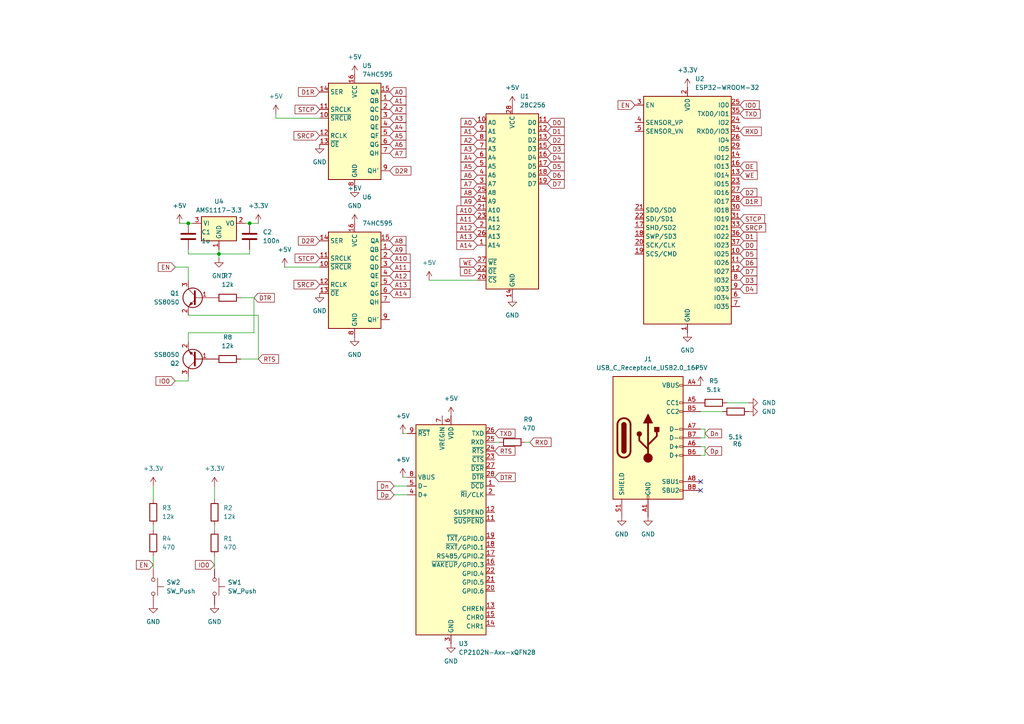
<source format=kicad_sch>
(kicad_sch (version 20231120) (generator "eeschema") (generator_version "8.0")
  (paper "A4")
  (lib_symbols
    (symbol "74xx:74HC595"
      (property "Reference" "U" (at -7.62 13.97 0))
      (property "Value" "74HC595" (at -7.62 -16.51 0))
      (symbol "74HC595_1_0"
        (pin tri_state line (at 10.16 7.62 180) (length 2.54) (name "QB") (number "1"))
        (pin input line (at -10.16 2.54 0) (length 2.54) (name "~{SRCLR}") (number "10"))
        (pin input line (at -10.16 5.08 0) (length 2.54) (name "SRCLK") (number "11"))
        (pin input line (at -10.16 -2.54 0) (length 2.54) (name "RCLK") (number "12"))
        (pin input line (at -10.16 -5.08 0) (length 2.54) (name "~{OE}") (number "13"))
        (pin input line (at -10.16 10.16 0) (length 2.54) (name "SER") (number "14"))
        (pin tri_state line (at 10.16 10.16 180) (length 2.54) (name "QA") (number "15"))
        (pin power_in line (at 0 15.24 270) (length 2.54) (name "VCC") (number "16"))
        (pin tri_state line (at 10.16 5.08 180) (length 2.54) (name "QC") (number "2"))
        (pin tri_state line (at 10.16 2.54 180) (length 2.54) (name "QD") (number "3"))
        (pin tri_state line (at 10.16 0 180) (length 2.54) (name "QE") (number "4"))
        (pin tri_state line (at 10.16 -2.54 180) (length 2.54) (name "QF") (number "5"))
        (pin tri_state line (at 10.16 -5.08 180) (length 2.54) (name "QG") (number "6"))
        (pin tri_state line (at 10.16 -7.62 180) (length 2.54) (name "QH") (number "7"))
        (pin power_in line (at 0 -17.78 90) (length 2.54) (name "GND") (number "8"))
        (pin output line (at 10.16 -12.7 180) (length 2.54) (name "QH'") (number "9"))
      )
      (symbol "74HC595_1_1"
        (rectangle (start -7.62 12.7) (end 7.62 -15.24) (stroke (width 0.254)) (fill (type background)))
      )
    )
    (symbol "Connector:USB_C_Receptacle_USB2.0_16P" (pin_names (offset 1.016))
      (property "Reference" "J" (at 0 22.225 0))
      (property "Value" "USB_C_Receptacle_USB2.0_16P" (at 0 19.685 0))
      (symbol "USB_C_Receptacle_USB2.0_16P_0_0"
        (rectangle (start -0.254 -17.78) (end 0.254 -16.764))
        (rectangle (start 10.16 -14.986) (end 9.144 -15.494))
        (rectangle (start 10.16 -12.446) (end 9.144 -12.954))
        (rectangle (start 10.16 -4.826) (end 9.144 -5.334))
        (rectangle (start 10.16 -2.286) (end 9.144 -2.794))
        (rectangle (start 10.16 0.254) (end 9.144 -0.254))
        (rectangle (start 10.16 2.794) (end 9.144 2.286))
        (rectangle (start 10.16 7.874) (end 9.144 7.366))
        (rectangle (start 10.16 10.414) (end 9.144 9.906))
        (rectangle (start 10.16 15.494) (end 9.144 14.986))
      )
      (symbol "USB_C_Receptacle_USB2.0_16P_0_1"
        (rectangle (start -10.16 17.78) (end 10.16 -17.78) (stroke (width 0.254)) (fill (type background)))
        (arc (start -8.89 -3.81) (mid -6.985 -5.7067) (end -5.08 -3.81) (stroke (width 0.508)))
        (arc (start -7.62 -3.81) (mid -6.985 -4.4423) (end -6.35 -3.81) (stroke (width 0.254)))
        (arc (start -7.62 -3.81) (mid -6.985 -4.4423) (end -6.35 -3.81) (stroke (width 0.254)) (fill (type outline)))
        (rectangle (start -7.62 -3.81) (end -6.35 3.81) (stroke (width 0.254)) (fill (type outline)))
        (arc (start -6.35 3.81) (mid -6.985 4.4423) (end -7.62 3.81) (stroke (width 0.254)))
        (arc (start -6.35 3.81) (mid -6.985 4.4423) (end -7.62 3.81) (stroke (width 0.254)) (fill (type outline)))
        (arc (start -5.08 3.81) (mid -6.985 5.7067) (end -8.89 3.81) (stroke (width 0.508)))
        (circle (center -2.54 1.143) (radius 0.635) (stroke (width 0.254)) (fill (type outline)))
        (circle (center 0 -5.842) (radius 1.27) (fill (type outline)))
        (polyline (pts (xy -8.89 -3.81) (xy -8.89 3.81)) (stroke (width 0.508)))
        (polyline (pts (xy -5.08 3.81) (xy -5.08 -3.81)) (stroke (width 0.508)))
        (polyline (pts (xy 0 -5.842) (xy 0 4.318)) (stroke (width 0.508)))
        (polyline (pts (xy 0 -3.302) (xy -2.54 -0.762) (xy -2.54 0.508)) (stroke (width 0.508)))
        (polyline (pts (xy 0 -2.032) (xy 2.54 0.508) (xy 2.54 1.778)) (stroke (width 0.508)))
        (polyline (pts (xy -1.27 4.318) (xy 0 6.858) (xy 1.27 4.318) (xy -1.27 4.318)) (stroke (width 0.254)) (fill (type outline)))
        (rectangle (start 1.905 1.778) (end 3.175 3.048) (stroke (width 0.254)) (fill (type outline)))
      )
      (symbol "USB_C_Receptacle_USB2.0_16P_1_1"
        (pin passive line (at 0 -22.86 90) (length 5.08) (name "GND") (number "A1"))
        (pin passive line (at 0 -22.86 90) (length 5.08) hide (name "GND") (number "A12"))
        (pin passive line (at 15.24 15.24 180) (length 5.08) (name "VBUS") (number "A4"))
        (pin bidirectional line (at 15.24 10.16 180) (length 5.08) (name "CC1") (number "A5"))
        (pin bidirectional line (at 15.24 -2.54 180) (length 5.08) (name "D+") (number "A6"))
        (pin bidirectional line (at 15.24 2.54 180) (length 5.08) (name "D-") (number "A7"))
        (pin bidirectional line (at 15.24 -12.7 180) (length 5.08) (name "SBU1") (number "A8"))
        (pin passive line (at 15.24 15.24 180) (length 5.08) hide (name "VBUS") (number "A9"))
        (pin passive line (at 0 -22.86 90) (length 5.08) hide (name "GND") (number "B1"))
        (pin passive line (at 0 -22.86 90) (length 5.08) hide (name "GND") (number "B12"))
        (pin passive line (at 15.24 15.24 180) (length 5.08) hide (name "VBUS") (number "B4"))
        (pin bidirectional line (at 15.24 7.62 180) (length 5.08) (name "CC2") (number "B5"))
        (pin bidirectional line (at 15.24 -5.08 180) (length 5.08) (name "D+") (number "B6"))
        (pin bidirectional line (at 15.24 0 180) (length 5.08) (name "D-") (number "B7"))
        (pin bidirectional line (at 15.24 -15.24 180) (length 5.08) (name "SBU2") (number "B8"))
        (pin passive line (at 15.24 15.24 180) (length 5.08) hide (name "VBUS") (number "B9"))
        (pin passive line (at -7.62 -22.86 90) (length 5.08) (name "SHIELD") (number "S1"))
      )
    )
    (symbol "Device:C" (pin_numbers hide) (pin_names (offset 0.254))
      (property "Reference" "C" (at 0.635 2.54 0))
      (property "Value" "C" (at 0.635 -2.54 0))
      (symbol "C_0_1"
        (polyline (pts (xy -2.032 -0.762) (xy 2.032 -0.762)) (stroke (width 0.508)))
        (polyline (pts (xy -2.032 0.762) (xy 2.032 0.762)) (stroke (width 0.508)))
      )
      (symbol "C_1_1"
        (pin passive line (at 0 3.81 270) (length 2.794) (name "~") (number "1"))
        (pin passive line (at 0 -3.81 90) (length 2.794) (name "~") (number "2"))
      )
    )
    (symbol "Device:R" (pin_numbers hide) (pin_names (offset 0))
      (property "Reference" "R" (at 2.032 0 90))
      (property "Value" "R" (at 0 0 90))
      (symbol "R_0_1"
        (rectangle (start -1.016 -2.54) (end 1.016 2.54) (stroke (width 0.254)))
      )
      (symbol "R_1_1"
        (pin passive line (at 0 3.81 270) (length 1.27) (name "~") (number "1"))
        (pin passive line (at 0 -3.81 90) (length 1.27) (name "~") (number "2"))
      )
    )
    (symbol "Interface_USB:CP2102N-Axx-xQFN28"
      (property "Reference" "U" (at -8.89 31.75 0))
      (property "Value" "CP2102N-Axx-xQFN28" (at 12.7 31.75 0))
      (symbol "CP2102N-Axx-xQFN28_0_1"
        (rectangle (start -10.16 30.48) (end 10.16 -30.48) (stroke (width 0.254)) (fill (type background)))
      )
      (symbol "CP2102N-Axx-xQFN28_1_1"
        (pin input line (at 12.7 12.7 180) (length 2.54) (name "~{DCD}") (number "1"))
        (pin no_connect line (at -10.16 -27.94 0) (length 2.54) hide (name "NC") (number "10"))
        (pin output line (at 12.7 2.54 180) (length 2.54) (name "~{SUSPEND}") (number "11"))
        (pin output line (at 12.7 5.08 180) (length 2.54) (name "SUSPEND") (number "12"))
        (pin output line (at 12.7 -22.86 180) (length 2.54) (name "CHREN") (number "13"))
        (pin output line (at 12.7 -27.94 180) (length 2.54) (name "CHR1") (number "14"))
        (pin output line (at 12.7 -25.4 180) (length 2.54) (name "CHR0") (number "15"))
        (pin bidirectional line (at 12.7 -10.16 180) (length 2.54) (name "~{WAKEUP}/GPIO.3") (number "16"))
        (pin bidirectional line (at 12.7 -7.62 180) (length 2.54) (name "RS485/GPIO.2") (number "17"))
        (pin bidirectional line (at 12.7 -5.08 180) (length 2.54) (name "~{RXT}/GPIO.1") (number "18"))
        (pin bidirectional line (at 12.7 -2.54 180) (length 2.54) (name "~{TXT}/GPIO.0") (number "19"))
        (pin bidirectional line (at 12.7 10.16 180) (length 2.54) (name "~{RI}/CLK") (number "2"))
        (pin bidirectional line (at 12.7 -17.78 180) (length 2.54) (name "GPIO.6") (number "20"))
        (pin bidirectional line (at 12.7 -15.24 180) (length 2.54) (name "GPIO.5") (number "21"))
        (pin bidirectional line (at 12.7 -12.7 180) (length 2.54) (name "GPIO.4") (number "22"))
        (pin input line (at 12.7 20.32 180) (length 2.54) (name "~{CTS}") (number "23"))
        (pin output line (at 12.7 22.86 180) (length 2.54) (name "~{RTS}") (number "24"))
        (pin input line (at 12.7 25.4 180) (length 2.54) (name "RXD") (number "25"))
        (pin output line (at 12.7 27.94 180) (length 2.54) (name "TXD") (number "26"))
        (pin input line (at 12.7 17.78 180) (length 2.54) (name "~{DSR}") (number "27"))
        (pin output line (at 12.7 15.24 180) (length 2.54) (name "~{DTR}") (number "28"))
        (pin passive line (at 0 -33.02 90) (length 2.54) hide (name "GND") (number "29"))
        (pin power_in line (at 0 -33.02 90) (length 2.54) (name "GND") (number "3"))
        (pin bidirectional line (at -12.7 10.16 0) (length 2.54) (name "D+") (number "4"))
        (pin bidirectional line (at -12.7 12.7 0) (length 2.54) (name "D-") (number "5"))
        (pin power_in line (at 0 33.02 270) (length 2.54) (name "VDD") (number "6"))
        (pin power_in line (at -2.54 33.02 270) (length 2.54) (name "VREGIN") (number "7"))
        (pin input line (at -12.7 15.24 0) (length 2.54) (name "VBUS") (number "8"))
        (pin input line (at -12.7 27.94 0) (length 2.54) (name "~{RST}") (number "9"))
      )
    )
    (symbol "Memory_EEPROM:28C256"
      (property "Reference" "U" (at -7.62 26.67 0))
      (property "Value" "28C256" (at 2.54 -26.67 0))
      (symbol "28C256_1_1"
        (rectangle (start -7.62 25.4) (end 7.62 -25.4) (stroke (width 0.254)) (fill (type background)))
        (pin input line (at -10.16 -12.7 0) (length 2.54) (name "A14") (number "1"))
        (pin input line (at -10.16 22.86 0) (length 2.54) (name "A0") (number "10"))
        (pin tri_state line (at 10.16 22.86 180) (length 2.54) (name "D0") (number "11"))
        (pin tri_state line (at 10.16 20.32 180) (length 2.54) (name "D1") (number "12"))
        (pin tri_state line (at 10.16 17.78 180) (length 2.54) (name "D2") (number "13"))
        (pin power_in line (at 0 -27.94 90) (length 2.54) (name "GND") (number "14"))
        (pin tri_state line (at 10.16 15.24 180) (length 2.54) (name "D3") (number "15"))
        (pin tri_state line (at 10.16 12.7 180) (length 2.54) (name "D4") (number "16"))
        (pin tri_state line (at 10.16 10.16 180) (length 2.54) (name "D5") (number "17"))
        (pin tri_state line (at 10.16 7.62 180) (length 2.54) (name "D6") (number "18"))
        (pin tri_state line (at 10.16 5.08 180) (length 2.54) (name "D7") (number "19"))
        (pin input line (at -10.16 -7.62 0) (length 2.54) (name "A12") (number "2"))
        (pin input line (at -10.16 -22.86 0) (length 2.54) (name "~{CS}") (number "20"))
        (pin input line (at -10.16 -2.54 0) (length 2.54) (name "A10") (number "21"))
        (pin input line (at -10.16 -20.32 0) (length 2.54) (name "~{OE}") (number "22"))
        (pin input line (at -10.16 -5.08 0) (length 2.54) (name "A11") (number "23"))
        (pin input line (at -10.16 0 0) (length 2.54) (name "A9") (number "24"))
        (pin input line (at -10.16 2.54 0) (length 2.54) (name "A8") (number "25"))
        (pin input line (at -10.16 -10.16 0) (length 2.54) (name "A13") (number "26"))
        (pin input line (at -10.16 -17.78 0) (length 2.54) (name "~{WE}") (number "27"))
        (pin power_in line (at 0 27.94 270) (length 2.54) (name "VCC") (number "28"))
        (pin input line (at -10.16 5.08 0) (length 2.54) (name "A7") (number "3"))
        (pin input line (at -10.16 7.62 0) (length 2.54) (name "A6") (number "4"))
        (pin input line (at -10.16 10.16 0) (length 2.54) (name "A5") (number "5"))
        (pin input line (at -10.16 12.7 0) (length 2.54) (name "A4") (number "6"))
        (pin input line (at -10.16 15.24 0) (length 2.54) (name "A3") (number "7"))
        (pin input line (at -10.16 17.78 0) (length 2.54) (name "A2") (number "8"))
        (pin input line (at -10.16 20.32 0) (length 2.54) (name "A1") (number "9"))
      )
    )
    (symbol "RF_Module:ESP32-WROOM-32"
      (property "Reference" "U" (at -12.7 34.29 0))
      (property "Value" "ESP32-WROOM-32" (at 1.27 34.29 0))
      (symbol "ESP32-WROOM-32_0_1"
        (rectangle (start -12.7 33.02) (end 12.7 -33.02) (stroke (width 0.254)) (fill (type background)))
      )
      (symbol "ESP32-WROOM-32_1_1"
        (pin power_in line (at 0 -35.56 90) (length 2.54) (name "GND") (number "1"))
        (pin bidirectional line (at 15.24 -12.7 180) (length 2.54) (name "IO25") (number "10"))
        (pin bidirectional line (at 15.24 -15.24 180) (length 2.54) (name "IO26") (number "11"))
        (pin bidirectional line (at 15.24 -17.78 180) (length 2.54) (name "IO27") (number "12"))
        (pin bidirectional line (at 15.24 10.16 180) (length 2.54) (name "IO14") (number "13"))
        (pin bidirectional line (at 15.24 15.24 180) (length 2.54) (name "IO12") (number "14"))
        (pin passive line (at 0 -35.56 90) (length 2.54) hide (name "GND") (number "15"))
        (pin bidirectional line (at 15.24 12.7 180) (length 2.54) (name "IO13") (number "16"))
        (pin bidirectional line (at -15.24 -5.08 0) (length 2.54) (name "SHD/SD2") (number "17"))
        (pin bidirectional line (at -15.24 -7.62 0) (length 2.54) (name "SWP/SD3") (number "18"))
        (pin bidirectional line (at -15.24 -12.7 0) (length 2.54) (name "SCS/CMD") (number "19"))
        (pin power_in line (at 0 35.56 270) (length 2.54) (name "VDD") (number "2"))
        (pin bidirectional line (at -15.24 -10.16 0) (length 2.54) (name "SCK/CLK") (number "20"))
        (pin bidirectional line (at -15.24 0 0) (length 2.54) (name "SDO/SD0") (number "21"))
        (pin bidirectional line (at -15.24 -2.54 0) (length 2.54) (name "SDI/SD1") (number "22"))
        (pin bidirectional line (at 15.24 7.62 180) (length 2.54) (name "IO15") (number "23"))
        (pin bidirectional line (at 15.24 25.4 180) (length 2.54) (name "IO2") (number "24"))
        (pin bidirectional line (at 15.24 30.48 180) (length 2.54) (name "IO0") (number "25"))
        (pin bidirectional line (at 15.24 20.32 180) (length 2.54) (name "IO4") (number "26"))
        (pin bidirectional line (at 15.24 5.08 180) (length 2.54) (name "IO16") (number "27"))
        (pin bidirectional line (at 15.24 2.54 180) (length 2.54) (name "IO17") (number "28"))
        (pin bidirectional line (at 15.24 17.78 180) (length 2.54) (name "IO5") (number "29"))
        (pin input line (at -15.24 30.48 0) (length 2.54) (name "EN") (number "3"))
        (pin bidirectional line (at 15.24 0 180) (length 2.54) (name "IO18") (number "30"))
        (pin bidirectional line (at 15.24 -2.54 180) (length 2.54) (name "IO19") (number "31"))
        (pin no_connect line (at -12.7 -27.94 0) (length 2.54) hide (name "NC") (number "32"))
        (pin bidirectional line (at 15.24 -5.08 180) (length 2.54) (name "IO21") (number "33"))
        (pin bidirectional line (at 15.24 22.86 180) (length 2.54) (name "RXD0/IO3") (number "34"))
        (pin bidirectional line (at 15.24 27.94 180) (length 2.54) (name "TXD0/IO1") (number "35"))
        (pin bidirectional line (at 15.24 -7.62 180) (length 2.54) (name "IO22") (number "36"))
        (pin bidirectional line (at 15.24 -10.16 180) (length 2.54) (name "IO23") (number "37"))
        (pin passive line (at 0 -35.56 90) (length 2.54) hide (name "GND") (number "38"))
        (pin passive line (at 0 -35.56 90) (length 2.54) hide (name "GND") (number "39"))
        (pin input line (at -15.24 25.4 0) (length 2.54) (name "SENSOR_VP") (number "4"))
        (pin input line (at -15.24 22.86 0) (length 2.54) (name "SENSOR_VN") (number "5"))
        (pin input line (at 15.24 -25.4 180) (length 2.54) (name "IO34") (number "6"))
        (pin input line (at 15.24 -27.94 180) (length 2.54) (name "IO35") (number "7"))
        (pin bidirectional line (at 15.24 -20.32 180) (length 2.54) (name "IO32") (number "8"))
        (pin bidirectional line (at 15.24 -22.86 180) (length 2.54) (name "IO33") (number "9"))
      )
    )
    (symbol "Regulator_Linear:AMS1117-3.3"
      (property "Reference" "U" (at -3.81 3.175 0))
      (property "Value" "AMS1117-3.3" (at 0 3.175 0))
      (symbol "AMS1117-3.3_0_1"
        (rectangle (start -5.08 -5.08) (end 5.08 1.905) (stroke (width 0.254)) (fill (type background)))
      )
      (symbol "AMS1117-3.3_1_1"
        (pin power_in line (at 0 -7.62 90) (length 2.54) (name "GND") (number "1"))
        (pin power_out line (at 7.62 0 180) (length 2.54) (name "VO") (number "2"))
        (pin power_in line (at -7.62 0 0) (length 2.54) (name "VI") (number "3"))
      )
    )
    (symbol "Switch:SW_Push" (pin_numbers hide) (pin_names (offset 1.016) hide)
      (property "Reference" "SW" (at 1.27 2.54 0))
      (property "Value" "SW_Push" (at 0 -1.524 0))
      (symbol "SW_Push_0_1"
        (circle (center -2.032 0) (radius 0.508))
        (polyline (pts (xy 0 1.27) (xy 0 3.048)))
        (polyline (pts (xy 2.54 1.27) (xy -2.54 1.27)))
        (circle (center 2.032 0) (radius 0.508))
        (pin passive line (at -5.08 0 0) (length 2.54) (name "1") (number "1"))
        (pin passive line (at 5.08 0 180) (length 2.54) (name "2") (number "2"))
      )
    )
    (symbol "Transistor_BJT:SS8050" (pin_names (offset 0) hide)
      (property "Reference" "Q" (at 5.08 1.905 0))
      (property "Value" "SS8050" (at 5.08 0 0))
      (symbol "SS8050_0_1"
        (polyline (pts (xy 0.635 0.635) (xy 2.54 2.54)))
        (polyline (pts (xy 0.635 -0.635) (xy 2.54 -2.54) (xy 2.54 -2.54)))
        (polyline (pts (xy 0.635 1.905) (xy 0.635 -1.905) (xy 0.635 -1.905)) (stroke (width 0.508)))
        (polyline (pts (xy 1.27 -1.778) (xy 1.778 -1.27) (xy 2.286 -2.286) (xy 1.27 -1.778) (xy 1.27 -1.778)) (fill (type outline)))
        (circle (center 1.27 0) (radius 2.8194) (stroke (width 0.254)))
      )
      (symbol "SS8050_1_1"
        (pin input line (at -5.08 0 0) (length 5.715) (name "B") (number "1"))
        (pin passive line (at 2.54 -5.08 90) (length 2.54) (name "E") (number "2"))
        (pin passive line (at 2.54 5.08 270) (length 2.54) (name "C") (number "3"))
      )
    )
    (symbol "power:+3.3V" (power) (pin_numbers hide) (pin_names (offset 0) hide)
      (property "Value" "+3.3V" (at 0 3.556 0))
      (symbol "+3.3V_0_1"
        (polyline (pts (xy -0.762 1.27) (xy 0 2.54)))
        (polyline (pts (xy 0 0) (xy 0 2.54)))
        (polyline (pts (xy 0 2.54) (xy 0.762 1.27)))
      )
      (symbol "+3.3V_1_1"
        (pin power_in line (at 0 0 90) (length 0) (name "~") (number "1"))
      )
    )
    (symbol "power:+5V" (power) (pin_numbers hide) (pin_names (offset 0) hide)
      (property "Value" "+5V" (at 0 3.556 0))
      (symbol "+5V_0_1"
        (polyline (pts (xy -0.762 1.27) (xy 0 2.54)))
        (polyline (pts (xy 0 0) (xy 0 2.54)))
        (polyline (pts (xy 0 2.54) (xy 0.762 1.27)))
      )
      (symbol "+5V_1_1"
        (pin power_in line (at 0 0 90) (length 0) (name "~") (number "1"))
      )
    )
    (symbol "power:GND" (power) (pin_numbers hide) (pin_names (offset 0) hide)
      (property "Value" "GND" (at 0 -3.81 0))
      (symbol "GND_0_1"
        (polyline (pts (xy 0 0) (xy 0 -1.27) (xy 1.27 -1.27) (xy 0 -2.54) (xy -1.27 -1.27) (xy 0 -1.27)))
      )
      (symbol "GND_1_1"
        (pin power_in line (at 0 0 270) (length 0) (name "~") (number "1"))
      )
    )
  )
  (junction (at 54.61 64.77))
  (junction (at 63.5 73.66))
  (junction (at 72.39 64.77))
  (no_connect (at 203.2 139.7))
  (no_connect (at 203.2 142.24))
  (wire (pts (xy 62.23 152.4) (xy 62.23 153.67)))
  (wire (pts (xy 116.84 138.43) (xy 118.11 138.43)))
  (wire (pts (xy 153.67 128.27) (xy 152.4 128.27)))
  (wire (pts (xy 54.61 91.44) (xy 74.93 91.44)))
  (wire (pts (xy 74.93 64.77) (xy 72.39 64.77)))
  (wire (pts (xy 114.3 140.97) (xy 118.11 140.97)))
  (wire (pts (xy 54.61 77.47) (xy 54.61 81.28)))
  (wire (pts (xy 54.61 73.66) (xy 63.5 73.66)))
  (wire (pts (xy 204.47 129.54) (xy 204.47 132.08)))
  (wire (pts (xy 204.47 132.08) (xy 203.2 132.08)))
  (wire (pts (xy 144.78 128.27) (xy 143.51 128.27)))
  (wire (pts (xy 63.5 73.66) (xy 63.5 74.93)))
  (wire (pts (xy 50.8 77.47) (xy 54.61 77.47)))
  (wire (pts (xy 203.2 127) (xy 204.47 127)))
  (wire (pts (xy 80.01 33.02) (xy 80.01 34.29)))
  (wire (pts (xy 62.23 161.29) (xy 62.23 165.1)))
  (wire (pts (xy 72.39 72.39) (xy 72.39 73.66)))
  (wire (pts (xy 52.07 64.77) (xy 54.61 64.77)))
  (wire (pts (xy 203.2 129.54) (xy 204.47 129.54)))
  (wire (pts (xy 69.85 86.36) (xy 73.66 86.36)))
  (wire (pts (xy 74.93 91.44) (xy 74.93 104.14)))
  (wire (pts (xy 44.45 161.29) (xy 44.45 165.1)))
  (wire (pts (xy 73.66 96.52) (xy 73.66 86.36)))
  (wire (pts (xy 62.23 140.97) (xy 62.23 144.78)))
  (wire (pts (xy 54.61 96.52) (xy 73.66 96.52)))
  (wire (pts (xy 203.2 124.46) (xy 204.47 124.46)))
  (wire (pts (xy 54.61 72.39) (xy 54.61 73.66)))
  (wire (pts (xy 69.85 104.14) (xy 74.93 104.14)))
  (wire (pts (xy 114.3 143.51) (xy 118.11 143.51)))
  (wire (pts (xy 116.84 125.73) (xy 118.11 125.73)))
  (wire (pts (xy 210.82 116.84) (xy 217.17 116.84)))
  (wire (pts (xy 54.61 110.49) (xy 54.61 109.22)))
  (wire (pts (xy 124.46 81.28) (xy 138.43 81.28)))
  (wire (pts (xy 44.45 140.97) (xy 44.45 144.78)))
  (wire (pts (xy 63.5 72.39) (xy 63.5 73.66)))
  (wire (pts (xy 80.01 34.29) (xy 92.71 34.29)))
  (wire (pts (xy 203.2 119.38) (xy 209.55 119.38)))
  (wire (pts (xy 72.39 64.77) (xy 71.12 64.77)))
  (wire (pts (xy 54.61 64.77) (xy 55.88 64.77)))
  (wire (pts (xy 44.45 152.4) (xy 44.45 153.67)))
  (wire (pts (xy 50.8 110.49) (xy 54.61 110.49)))
  (wire (pts (xy 54.61 99.06) (xy 54.61 96.52)))
  (wire (pts (xy 63.5 73.66) (xy 72.39 73.66)))
  (wire (pts (xy 82.55 77.47) (xy 92.71 77.47)))
  (wire (pts (xy 204.47 124.46) (xy 204.47 127)))
  (global_label "SRCP" (shape input) (at 214.63 66.04 0) (property "Intersheetrefs" "${INTERSHEET_REFS}" (effects (hide yes))))
  (global_label "A1" (shape input) (at 113.03 29.21 0) (property "Intersheetrefs" "${INTERSHEET_REFS}" (effects (hide yes))))
  (global_label "EN" (shape input) (at 184.15 30.48 180) (property "Intersheetrefs" "${INTERSHEET_REFS}" (effects (hide yes))))
  (global_label "SRCP" (shape input) (at 92.71 82.55 180) (property "Intersheetrefs" "${INTERSHEET_REFS}" (effects (hide yes))))
  (global_label "Dn" (shape input) (at 114.3 140.97 180) (property "Intersheetrefs" "${INTERSHEET_REFS}" (effects (hide yes))))
  (global_label "A11" (shape input) (at 138.43 63.5 180) (property "Intersheetrefs" "${INTERSHEET_REFS}" (effects (hide yes))))
  (global_label "TXD" (shape input) (at 214.63 33.02 0) (property "Intersheetrefs" "${INTERSHEET_REFS}" (effects (hide yes))))
  (global_label "OE" (shape input) (at 214.63 48.26 0) (property "Intersheetrefs" "${INTERSHEET_REFS}" (effects (hide yes))))
  (global_label "D7" (shape input) (at 158.75 53.34 0) (property "Intersheetrefs" "${INTERSHEET_REFS}" (effects (hide yes))))
  (global_label "TXD" (shape input) (at 143.51 125.73 0) (property "Intersheetrefs" "${INTERSHEET_REFS}" (effects (hide yes))))
  (global_label "D4" (shape input) (at 214.63 83.82 0) (property "Intersheetrefs" "${INTERSHEET_REFS}" (effects (hide yes))))
  (global_label "A7" (shape input) (at 113.03 44.45 0) (property "Intersheetrefs" "${INTERSHEET_REFS}" (effects (hide yes))))
  (global_label "D7" (shape input) (at 214.63 78.74 0) (property "Intersheetrefs" "${INTERSHEET_REFS}" (effects (hide yes))))
  (global_label "D5" (shape input) (at 158.75 48.26 0) (property "Intersheetrefs" "${INTERSHEET_REFS}" (effects (hide yes))))
  (global_label "A10" (shape input) (at 138.43 60.96 180) (property "Intersheetrefs" "${INTERSHEET_REFS}" (effects (hide yes))))
  (global_label "D2R" (shape input) (at 92.71 69.85 180) (property "Intersheetrefs" "${INTERSHEET_REFS}" (effects (hide yes))))
  (global_label "RTS" (shape input) (at 74.93 104.14 0) (property "Intersheetrefs" "${INTERSHEET_REFS}" (effects (hide yes))))
  (global_label "IO0" (shape input) (at 50.8 110.49 180) (property "Intersheetrefs" "${INTERSHEET_REFS}" (effects (hide yes))))
  (global_label "D0" (shape input) (at 214.63 71.12 0) (property "Intersheetrefs" "${INTERSHEET_REFS}" (effects (hide yes))))
  (global_label "A10" (shape input) (at 113.03 74.93 0) (property "Intersheetrefs" "${INTERSHEET_REFS}" (effects (hide yes))))
  (global_label "A7" (shape input) (at 138.43 53.34 180) (property "Intersheetrefs" "${INTERSHEET_REFS}" (effects (hide yes))))
  (global_label "Dn" (shape input) (at 204.47 125.73 0) (property "Intersheetrefs" "${INTERSHEET_REFS}" (effects (hide yes))))
  (global_label "A14" (shape input) (at 138.43 71.12 180) (property "Intersheetrefs" "${INTERSHEET_REFS}" (effects (hide yes))))
  (global_label "D3" (shape input) (at 158.75 43.18 0) (property "Intersheetrefs" "${INTERSHEET_REFS}" (effects (hide yes))))
  (global_label "D1" (shape input) (at 214.63 68.58 0) (property "Intersheetrefs" "${INTERSHEET_REFS}" (effects (hide yes))))
  (global_label "WE" (shape input) (at 138.43 76.2 180) (property "Intersheetrefs" "${INTERSHEET_REFS}" (effects (hide yes))))
  (global_label "DTR" (shape input) (at 73.66 86.36 0) (property "Intersheetrefs" "${INTERSHEET_REFS}" (effects (hide yes))))
  (global_label "A0" (shape input) (at 138.43 35.56 180) (property "Intersheetrefs" "${INTERSHEET_REFS}" (effects (hide yes))))
  (global_label "RXD" (shape input) (at 214.63 38.1 0) (property "Intersheetrefs" "${INTERSHEET_REFS}" (effects (hide yes))))
  (global_label "A6" (shape input) (at 138.43 50.8 180) (property "Intersheetrefs" "${INTERSHEET_REFS}" (effects (hide yes))))
  (global_label "OE" (shape input) (at 138.43 78.74 180) (property "Intersheetrefs" "${INTERSHEET_REFS}" (effects (hide yes))))
  (global_label "Dp" (shape input) (at 204.47 130.81 0) (property "Intersheetrefs" "${INTERSHEET_REFS}" (effects (hide yes))))
  (global_label "A0" (shape input) (at 113.03 26.67 0) (property "Intersheetrefs" "${INTERSHEET_REFS}" (effects (hide yes))))
  (global_label "STCP" (shape input) (at 214.63 63.5 0) (property "Intersheetrefs" "${INTERSHEET_REFS}" (effects (hide yes))))
  (global_label "A3" (shape input) (at 138.43 43.18 180) (property "Intersheetrefs" "${INTERSHEET_REFS}" (effects (hide yes))))
  (global_label "RXD" (shape input) (at 153.67 128.27 0) (property "Intersheetrefs" "${INTERSHEET_REFS}" (effects (hide yes))))
  (global_label "D6" (shape input) (at 158.75 50.8 0) (property "Intersheetrefs" "${INTERSHEET_REFS}" (effects (hide yes))))
  (global_label "EN" (shape input) (at 44.45 163.83 180) (property "Intersheetrefs" "${INTERSHEET_REFS}" (effects (hide yes))))
  (global_label "EN" (shape input) (at 50.8 77.47 180) (property "Intersheetrefs" "${INTERSHEET_REFS}" (effects (hide yes))))
  (global_label "A9" (shape input) (at 113.03 72.39 0) (property "Intersheetrefs" "${INTERSHEET_REFS}" (effects (hide yes))))
  (global_label "A8" (shape input) (at 113.03 69.85 0) (property "Intersheetrefs" "${INTERSHEET_REFS}" (effects (hide yes))))
  (global_label "A2" (shape input) (at 138.43 40.64 180) (property "Intersheetrefs" "${INTERSHEET_REFS}" (effects (hide yes))))
  (global_label "D0" (shape input) (at 158.75 35.56 0) (property "Intersheetrefs" "${INTERSHEET_REFS}" (effects (hide yes))))
  (global_label "SRCP" (shape input) (at 92.71 39.37 180) (property "Intersheetrefs" "${INTERSHEET_REFS}" (effects (hide yes))))
  (global_label "D3" (shape input) (at 214.63 81.28 0) (property "Intersheetrefs" "${INTERSHEET_REFS}" (effects (hide yes))))
  (global_label "A1" (shape input) (at 138.43 38.1 180) (property "Intersheetrefs" "${INTERSHEET_REFS}" (effects (hide yes))))
  (global_label "D5" (shape input) (at 214.63 73.66 0) (property "Intersheetrefs" "${INTERSHEET_REFS}" (effects (hide yes))))
  (global_label "A2" (shape input) (at 113.03 31.75 0) (property "Intersheetrefs" "${INTERSHEET_REFS}" (effects (hide yes))))
  (global_label "D2R" (shape input) (at 113.03 49.53 0) (property "Intersheetrefs" "${INTERSHEET_REFS}" (effects (hide yes))))
  (global_label "D2" (shape input) (at 214.63 55.88 0) (property "Intersheetrefs" "${INTERSHEET_REFS}" (effects (hide yes))))
  (global_label "A12" (shape input) (at 113.03 80.01 0) (property "Intersheetrefs" "${INTERSHEET_REFS}" (effects (hide yes))))
  (global_label "STCP" (shape input) (at 92.71 74.93 180) (property "Intersheetrefs" "${INTERSHEET_REFS}" (effects (hide yes))))
  (global_label "A11" (shape input) (at 113.03 77.47 0) (property "Intersheetrefs" "${INTERSHEET_REFS}" (effects (hide yes))))
  (global_label "A4" (shape input) (at 113.03 36.83 0) (property "Intersheetrefs" "${INTERSHEET_REFS}" (effects (hide yes))))
  (global_label "A5" (shape input) (at 138.43 48.26 180) (property "Intersheetrefs" "${INTERSHEET_REFS}" (effects (hide yes))))
  (global_label "IO0" (shape input) (at 214.63 30.48 0) (property "Intersheetrefs" "${INTERSHEET_REFS}" (effects (hide yes))))
  (global_label "A13" (shape input) (at 113.03 82.55 0) (property "Intersheetrefs" "${INTERSHEET_REFS}" (effects (hide yes))))
  (global_label "A4" (shape input) (at 138.43 45.72 180) (property "Intersheetrefs" "${INTERSHEET_REFS}" (effects (hide yes))))
  (global_label "A6" (shape input) (at 113.03 41.91 0) (property "Intersheetrefs" "${INTERSHEET_REFS}" (effects (hide yes))))
  (global_label "D2" (shape input) (at 158.75 40.64 0) (property "Intersheetrefs" "${INTERSHEET_REFS}" (effects (hide yes))))
  (global_label "A13" (shape input) (at 138.43 68.58 180) (property "Intersheetrefs" "${INTERSHEET_REFS}" (effects (hide yes))))
  (global_label "DTR" (shape input) (at 143.51 138.43 0) (property "Intersheetrefs" "${INTERSHEET_REFS}" (effects (hide yes))))
  (global_label "IO0" (shape input) (at 62.23 163.83 180) (property "Intersheetrefs" "${INTERSHEET_REFS}" (effects (hide yes))))
  (global_label "A9" (shape input) (at 138.43 58.42 180) (property "Intersheetrefs" "${INTERSHEET_REFS}" (effects (hide yes))))
  (global_label "D1R" (shape input) (at 214.63 58.42 0) (property "Intersheetrefs" "${INTERSHEET_REFS}" (effects (hide yes))))
  (global_label "Dp" (shape input) (at 114.3 143.51 180) (property "Intersheetrefs" "${INTERSHEET_REFS}" (effects (hide yes))))
  (global_label "A5" (shape input) (at 113.03 39.37 0) (property "Intersheetrefs" "${INTERSHEET_REFS}" (effects (hide yes))))
  (global_label "WE" (shape input) (at 214.63 50.8 0) (property "Intersheetrefs" "${INTERSHEET_REFS}" (effects (hide yes))))
  (global_label "A14" (shape input) (at 113.03 85.09 0) (property "Intersheetrefs" "${INTERSHEET_REFS}" (effects (hide yes))))
  (global_label "D6" (shape input) (at 214.63 76.2 0) (property "Intersheetrefs" "${INTERSHEET_REFS}" (effects (hide yes))))
  (global_label "D4" (shape input) (at 158.75 45.72 0) (property "Intersheetrefs" "${INTERSHEET_REFS}" (effects (hide yes))))
  (global_label "A8" (shape input) (at 138.43 55.88 180) (property "Intersheetrefs" "${INTERSHEET_REFS}" (effects (hide yes))))
  (global_label "A3" (shape input) (at 113.03 34.29 0) (property "Intersheetrefs" "${INTERSHEET_REFS}" (effects (hide yes))))
  (global_label "A12" (shape input) (at 138.43 66.04 180) (property "Intersheetrefs" "${INTERSHEET_REFS}" (effects (hide yes))))
  (global_label "D1" (shape input) (at 158.75 38.1 0) (property "Intersheetrefs" "${INTERSHEET_REFS}" (effects (hide yes))))
  (global_label "D1R" (shape input) (at 92.71 26.67 180) (property "Intersheetrefs" "${INTERSHEET_REFS}" (effects (hide yes))))
  (global_label "STCP" (shape input) (at 92.71 31.75 180) (property "Intersheetrefs" "${INTERSHEET_REFS}" (effects (hide yes))))
  (global_label "RTS" (shape input) (at 143.51 130.81 0) (property "Intersheetrefs" "${INTERSHEET_REFS}" (effects (hide yes))))
  (symbol (lib_id "power:+5V") (at 82.55 77.47 0) (unit 1)
    (property "Reference" "#PWR025" (effects (hide yes)))
    (property "Value" "+5V" (at 82.55 72.39 0))
    (property "Description" "Power symbol creates a global label with name \"+5V\"" (effects (hide yes)))
  )
  (symbol (lib_id "Memory_EEPROM:28C256") (at 148.59 58.42 0) (unit 1)
    (property "Reference" "U1" (at 150.7841 27.94 0) (effects (justify left)))
    (property "Value" "28C256" (at 150.7841 30.48 0) (effects (justify left)))
    (property "Footprint" "Package_DIP:DIP-28_W15.24mm_LongPads" (effects (hide yes)))
    (property "Datasheet" "http://ww1.microchip.com/downloads/en/DeviceDoc/doc0006.pdf" (effects (hide yes)))
    (property "Description" "Paged Parallel EEPROM 256Kb (32K x 8), DIP-28/SOIC-28" (effects (hide yes)))
  )
  (symbol (lib_id "Switch:SW_Push") (at 62.23 170.18 270) (unit 1)
    (property "Reference" "SW1" (at 66.04 168.9099 90) (effects (justify left)))
    (property "Value" "SW_Push" (at 66.04 171.4499 90) (effects (justify left)))
    (property "Footprint" "Button_Switch_SMD:SW_SPST_TL3342" (effects (hide yes)))
    (property "Description" "Push button switch, generic, two pins" (effects (hide yes)))
  )
  (symbol (lib_id "power:GND") (at 102.87 97.79 0) (unit 1)
    (property "Reference" "#PWR021" (effects (hide yes)))
    (property "Value" "GND" (at 102.87 102.87 0))
    (property "Description" "Power symbol creates a global label with name \"GND\" , ground" (effects (hide yes)))
  )
  (symbol (lib_id "power:+3.3V") (at 199.39 25.4 0) (unit 1)
    (property "Reference" "#PWR028" (effects (hide yes)))
    (property "Value" "+3.3V" (at 199.39 20.32 0))
    (property "Description" "Power symbol creates a global label with name \"+3.3V\"" (effects (hide yes)))
  )
  (symbol (lib_id "power:GND") (at 199.39 96.52 0) (unit 1)
    (property "Reference" "#PWR014" (effects (hide yes)))
    (property "Value" "GND" (at 199.39 101.6 0))
    (property "Description" "Power symbol creates a global label with name \"GND\" , ground" (effects (hide yes)))
  )
  (symbol (lib_id "Device:R") (at 44.45 157.48 0) (unit 1)
    (property "Reference" "R4" (at 46.99 156.2099 0) (effects (justify left)))
    (property "Value" "470" (at 46.99 158.7499 0) (effects (justify left)))
    (property "Footprint" "Resistor_SMD:R_0805_2012Metric" (effects (hide yes)))
    (property "Description" "Resistor" (effects (hide yes)))
  )
  (symbol (lib_id "power:+3.3V") (at 44.45 140.97 0) (unit 1)
    (property "Reference" "#PWR03" (effects (hide yes)))
    (property "Value" "+3.3V" (at 44.45 135.89 0))
    (property "Description" "Power symbol creates a global label with name \"+3.3V\"" (effects (hide yes)))
  )
  (symbol (lib_id "Device:R") (at 62.23 148.59 0) (unit 1)
    (property "Reference" "R2" (at 64.77 147.3199 0) (effects (justify left)))
    (property "Value" "12k" (at 64.77 149.8599 0) (effects (justify left)))
    (property "Footprint" "Resistor_SMD:R_0805_2012Metric" (effects (hide yes)))
    (property "Description" "Resistor" (effects (hide yes)))
  )
  (symbol (lib_id "power:GND") (at 217.17 116.84 90) (unit 1)
    (property "Reference" "#PWR08" (effects (hide yes)))
    (property "Value" "GND" (at 220.98 116.8399 90) (effects (justify right)))
    (property "Description" "Power symbol creates a global label with name \"GND\" , ground" (effects (hide yes)))
  )
  (symbol (lib_id "power:+5V") (at 116.84 138.43 0) (unit 1)
    (property "Reference" "#PWR011" (effects (hide yes)))
    (property "Value" "+5V" (at 116.84 133.35 0))
    (property "Description" "Power symbol creates a global label with name \"+5V\"" (effects (hide yes)))
  )
  (symbol (lib_id "Device:R") (at 66.04 86.36 90) (unit 1)
    (property "Reference" "R7" (at 66.04 80.01 90))
    (property "Value" "12k" (at 66.04 82.55 90))
    (property "Footprint" "Resistor_SMD:R_0805_2012Metric" (effects (hide yes)))
    (property "Description" "Resistor" (effects (hide yes)))
  )
  (symbol (lib_id "Device:R") (at 148.59 128.27 90) (unit 1)
    (property "Reference" "R9" (at 153.162 121.666 90))
    (property "Value" "470" (at 153.416 124.206 90))
    (property "Footprint" "Resistor_SMD:R_0805_2012Metric" (effects (hide yes)))
    (property "Description" "Resistor" (effects (hide yes)))
  )
  (symbol (lib_id "power:+5V") (at 130.81 120.65 0) (unit 1)
    (property "Reference" "#PWR013" (effects (hide yes)))
    (property "Value" "+5V" (at 130.81 115.57 0))
    (property "Description" "Power symbol creates a global label with name \"+5V\"" (effects (hide yes)))
  )
  (symbol (lib_id "RF_Module:ESP32-WROOM-32") (at 199.39 60.96 0) (unit 1)
    (property "Reference" "U2" (at 201.5841 22.86 0) (effects (justify left)))
    (property "Value" "ESP32-WROOM-32" (at 201.5841 25.4 0) (effects (justify left)))
    (property "Footprint" "RF_Module:ESP32-WROOM-32" (effects (hide yes)))
    (property "Datasheet" "https://www.espressif.com/sites/default/files/documentation/esp32-wroom-32_datasheet_en.pdf" (effects (hide yes)))
    (property "Description" "RF Module, ESP32-D0WDQ6 SoC, Wi-Fi 802.11b/g/n, Bluetooth, BLE, 32-bit, 2.7-3.6V, onboard antenna, SMD" (effects (hide yes)))
  )
  (symbol (lib_id "Device:R") (at 207.01 116.84 90) (unit 1)
    (property "Reference" "R5" (at 207.01 110.49 90))
    (property "Value" "5.1k" (at 207.01 113.03 90))
    (property "Footprint" "Resistor_SMD:R_0805_2012Metric" (effects (hide yes)))
    (property "Description" "Resistor" (effects (hide yes)))
  )
  (symbol (lib_id "Device:C") (at 72.39 68.58 0) (unit 1)
    (property "Reference" "C2" (at 76.2 67.3099 0) (effects (justify left)))
    (property "Value" "100n" (at 76.2 69.8499 0) (effects (justify left)))
    (property "Footprint" "Capacitor_SMD:C_0805_2012Metric" (effects (hide yes)))
    (property "Description" "Unpolarized capacitor" (effects (hide yes)))
  )
  (symbol (lib_id "Transistor_BJT:SS8050") (at 57.15 86.36 0) (mirror y) (unit 1)
    (property "Reference" "Q1" (at 52.07 85.0899 0) (effects (justify left)))
    (property "Value" "SS8050" (at 52.07 87.6299 0) (effects (justify left)))
    (property "Footprint" "Package_TO_SOT_SMD:SOT-23" (effects (hide yes)))
    (property "Datasheet" "http://www.secosgmbh.com/datasheet/products/SSMPTransistor/SOT-23/SS8050.pdf" (effects (hide yes)))
    (property "Description" "General Purpose NPN Transistor, 1.5A Ic, 25V Vce, SOT-23" (effects (hide yes)))
  )
  (symbol (lib_id "power:+5V") (at 80.01 33.02 0) (unit 1)
    (property "Reference" "#PWR024" (effects (hide yes)))
    (property "Value" "+5V" (at 80.01 27.94 0))
    (property "Description" "Power symbol creates a global label with name \"+5V\"" (effects (hide yes)))
  )
  (symbol (lib_id "power:GND") (at 92.71 41.91 0) (unit 1)
    (property "Reference" "#PWR023" (effects (hide yes)))
    (property "Value" "GND" (at 92.71 46.99 0))
    (property "Description" "Power symbol creates a global label with name \"GND\" , ground" (effects (hide yes)))
  )
  (symbol (lib_id "power:GND") (at 180.34 149.86 0) (unit 1)
    (property "Reference" "#PWR07" (effects (hide yes)))
    (property "Value" "GND" (at 180.34 154.94 0))
    (property "Description" "Power symbol creates a global label with name \"GND\" , ground" (effects (hide yes)))
  )
  (symbol (lib_id "power:+5V") (at 116.84 125.73 0) (unit 1)
    (property "Reference" "#PWR012" (effects (hide yes)))
    (property "Value" "+5V" (at 116.84 120.65 0))
    (property "Description" "Power symbol creates a global label with name \"+5V\"" (effects (hide yes)))
  )
  (symbol (lib_id "power:+3.3V") (at 62.23 140.97 0) (unit 1)
    (property "Reference" "#PWR04" (effects (hide yes)))
    (property "Value" "+3.3V" (at 62.23 135.89 0))
    (property "Description" "Power symbol creates a global label with name \"+3.3V\"" (effects (hide yes)))
  )
  (symbol (lib_id "Connector:USB_C_Receptacle_USB2.0_16P") (at 187.96 127 0) (unit 1)
    (property "Reference" "J1" (at 187.96 104.14 0))
    (property "Value" "USB_C_Receptacle_USB2.0_16P" (at 187.96 106.68 0))
    (property "Footprint" "Connector_USB:USB_C_Receptacle_GCT_USB4105-xx-A_16P_TopMnt_Horizontal" (effects (hide yes)))
    (property "Datasheet" "https://www.usb.org/sites/default/files/documents/usb_type-c.zip" (effects (hide yes)))
    (property "Description" "USB 2.0-only 16P Type-C Receptacle connector" (effects (hide yes)))
  )
  (symbol (lib_id "74xx:74HC595") (at 102.87 36.83 0) (unit 1)
    (property "Reference" "U5" (at 105.0641 19.05 0) (effects (justify left)))
    (property "Value" "74HC595" (at 105.0641 21.59 0) (effects (justify left)))
    (property "Footprint" "Package_DIP:DIP-16_W7.62mm_LongPads" (effects (hide yes)))
    (property "Datasheet" "http://www.ti.com/lit/ds/symlink/sn74hc595.pdf" (effects (hide yes)))
    (property "Description" "8-bit serial in/out Shift Register 3-State Outputs" (effects (hide yes)))
  )
  (symbol (lib_id "power:+5V") (at 102.87 21.59 0) (unit 1)
    (property "Reference" "#PWR018" (effects (hide yes)))
    (property "Value" "+5V" (at 102.87 16.51 0))
    (property "Description" "Power symbol creates a global label with name \"+5V\"" (effects (hide yes)))
  )
  (symbol (lib_id "power:+5V") (at 124.46 81.28 0) (unit 1)
    (property "Reference" "#PWR026" (effects (hide yes)))
    (property "Value" "+5V" (at 124.46 76.2 0))
    (property "Description" "Power symbol creates a global label with name \"+5V\"" (effects (hide yes)))
  )
  (symbol (lib_id "power:GND") (at 44.45 175.26 0) (unit 1)
    (property "Reference" "#PWR02" (effects (hide yes)))
    (property "Value" "GND" (at 44.45 180.34 0))
    (property "Description" "Power symbol creates a global label with name \"GND\" , ground" (effects (hide yes)))
  )
  (symbol (lib_id "Regulator_Linear:AMS1117-3.3") (at 63.5 64.77 0) (unit 1)
    (property "Reference" "U4" (at 63.5 58.42 0))
    (property "Value" "AMS1117-3.3" (at 63.5 60.96 0))
    (property "Footprint" "Package_TO_SOT_SMD:SOT-223-3_TabPin2" (effects (hide yes)))
    (property "Datasheet" "http://www.advanced-monolithic.com/pdf/ds1117.pdf" (effects (hide yes)))
    (property "Description" "1A Low Dropout regulator, positive, 3.3V fixed output, SOT-223" (effects (hide yes)))
  )
  (symbol (lib_id "power:GND") (at 62.23 175.26 0) (unit 1)
    (property "Reference" "#PWR01" (effects (hide yes)))
    (property "Value" "GND" (at 62.23 180.34 0))
    (property "Description" "Power symbol creates a global label with name \"GND\" , ground" (effects (hide yes)))
  )
  (symbol (lib_id "power:GND") (at 130.81 186.69 0) (unit 1)
    (property "Reference" "#PWR010" (effects (hide yes)))
    (property "Value" "GND" (at 130.81 191.77 0))
    (property "Description" "Power symbol creates a global label with name \"GND\" , ground" (effects (hide yes)))
  )
  (symbol (lib_id "power:GND") (at 63.5 74.93 0) (unit 1)
    (property "Reference" "#PWR029" (effects (hide yes)))
    (property "Value" "GND" (at 63.5 80.01 0))
    (property "Description" "Power symbol creates a global label with name \"GND\" , ground" (effects (hide yes)))
  )
  (symbol (lib_id "Device:C") (at 54.61 68.58 0) (unit 1)
    (property "Reference" "C1" (at 58.42 67.3099 0) (effects (justify left)))
    (property "Value" "1u" (at 58.42 69.8499 0) (effects (justify left)))
    (property "Footprint" "Capacitor_SMD:C_0805_2012Metric" (effects (hide yes)))
    (property "Description" "Unpolarized capacitor" (effects (hide yes)))
  )
  (symbol (lib_id "Device:R") (at 66.04 104.14 90) (unit 1)
    (property "Reference" "R8" (at 66.04 97.79 90))
    (property "Value" "12k" (at 66.04 100.33 90))
    (property "Footprint" "Resistor_SMD:R_0805_2012Metric" (effects (hide yes)))
    (property "Description" "Resistor" (effects (hide yes)))
  )
  (symbol (lib_id "Device:R") (at 62.23 157.48 0) (unit 1)
    (property "Reference" "R1" (at 64.77 156.2099 0) (effects (justify left)))
    (property "Value" "470" (at 64.77 158.7499 0) (effects (justify left)))
    (property "Footprint" "Resistor_SMD:R_0805_2012Metric" (effects (hide yes)))
    (property "Description" "Resistor" (effects (hide yes)))
  )
  (symbol (lib_id "power:GND") (at 187.96 149.86 0) (unit 1)
    (property "Reference" "#PWR06" (effects (hide yes)))
    (property "Value" "GND" (at 187.96 154.94 0))
    (property "Description" "Power symbol creates a global label with name \"GND\" , ground" (effects (hide yes)))
  )
  (symbol (lib_id "power:GND") (at 217.17 119.38 90) (unit 1)
    (property "Reference" "#PWR09" (effects (hide yes)))
    (property "Value" "GND" (at 220.98 119.3799 90) (effects (justify right)))
    (property "Description" "Power symbol creates a global label with name \"GND\" , ground" (effects (hide yes)))
  )
  (symbol (lib_id "Device:R") (at 213.36 119.38 90) (unit 1)
    (property "Reference" "R6" (at 213.868 128.778 90))
    (property "Value" "5.1k" (at 213.36 126.746 90))
    (property "Footprint" "Resistor_SMD:R_0805_2012Metric" (effects (hide yes)))
    (property "Description" "Resistor" (effects (hide yes)))
  )
  (symbol (lib_id "74xx:74HC595") (at 102.87 80.01 0) (unit 1)
    (property "Reference" "U6" (at 105.0641 57.15 0) (effects (justify left)))
    (property "Value" "74HC595" (at 105.0641 64.77 0) (effects (justify left)))
    (property "Footprint" "Package_DIP:DIP-16_W7.62mm_LongPads" (effects (hide yes)))
    (property "Datasheet" "http://www.ti.com/lit/ds/symlink/sn74hc595.pdf" (effects (hide yes)))
    (property "Description" "8-bit serial in/out Shift Register 3-State Outputs" (effects (hide yes)))
  )
  (symbol (lib_id "Device:R") (at 44.45 148.59 0) (unit 1)
    (property "Reference" "R3" (at 46.99 147.3199 0) (effects (justify left)))
    (property "Value" "12k" (at 46.99 149.8599 0) (effects (justify left)))
    (property "Footprint" "Resistor_SMD:R_0805_2012Metric" (effects (hide yes)))
    (property "Description" "Resistor" (effects (hide yes)))
  )
  (symbol (lib_id "power:+5V") (at 102.87 64.77 0) (unit 1)
    (property "Reference" "#PWR019" (effects (hide yes)))
    (property "Value" "+5V" (at 102.87 54.61 0))
    (property "Description" "Power symbol creates a global label with name \"+5V\"" (effects (hide yes)))
  )
  (symbol (lib_id "power:GND") (at 92.71 85.09 0) (unit 1)
    (property "Reference" "#PWR022" (effects (hide yes)))
    (property "Value" "GND" (at 92.71 90.17 0))
    (property "Description" "Power symbol creates a global label with name \"GND\" , ground" (effects (hide yes)))
  )
  (symbol (lib_id "power:+3.3V") (at 74.93 64.77 0) (unit 1)
    (property "Reference" "#PWR017" (effects (hide yes)))
    (property "Value" "+3.3V" (at 74.93 59.69 0))
    (property "Description" "Power symbol creates a global label with name \"+3.3V\"" (effects (hide yes)))
  )
  (symbol (lib_id "power:+5V") (at 52.07 64.77 0) (unit 1)
    (property "Reference" "#PWR027" (effects (hide yes)))
    (property "Value" "+5V" (at 52.07 59.69 0))
    (property "Description" "Power symbol creates a global label with name \"+5V\"" (effects (hide yes)))
  )
  (symbol (lib_id "Switch:SW_Push") (at 44.45 170.18 270) (unit 1)
    (property "Reference" "SW2" (at 48.26 168.9099 90) (effects (justify left)))
    (property "Value" "SW_Push" (at 48.26 171.4499 90) (effects (justify left)))
    (property "Footprint" "Button_Switch_SMD:SW_SPST_TL3342" (effects (hide yes)))
    (property "Description" "Push button switch, generic, two pins" (effects (hide yes)))
  )
  (symbol (lib_id "Transistor_BJT:SS8050") (at 57.15 104.14 180) (unit 1)
    (property "Reference" "Q2" (at 52.07 105.4101 0) (effects (justify left)))
    (property "Value" "SS8050" (at 52.07 102.8701 0) (effects (justify left)))
    (property "Footprint" "Package_TO_SOT_SMD:SOT-23" (effects (hide yes)))
    (property "Datasheet" "http://www.secosgmbh.com/datasheet/products/SSMPTransistor/SOT-23/SS8050.pdf" (effects (hide yes)))
    (property "Description" "General Purpose NPN Transistor, 1.5A Ic, 25V Vce, SOT-23" (effects (hide yes)))
  )
  (symbol (lib_id "power:+5V") (at 148.59 30.48 0) (unit 1)
    (property "Reference" "#PWR016" (effects (hide yes)))
    (property "Value" "+5V" (at 148.59 25.4 0))
    (property "Description" "Power symbol creates a global label with name \"+5V\"" (effects (hide yes)))
  )
  (symbol (lib_id "power:GND") (at 148.59 86.36 0) (unit 1)
    (property "Reference" "#PWR015" (effects (hide yes)))
    (property "Value" "GND" (at 148.59 91.44 0))
    (property "Description" "Power symbol creates a global label with name \"GND\" , ground" (effects (hide yes)))
  )
  (symbol (lib_id "power:+5V") (at 203.2 111.76 0) (unit 1)
    (property "Reference" "#PWR05" (effects (hide yes)))
    (property "Value" "+5V" (at 203.2 106.68 0))
    (property "Description" "Power symbol creates a global label with name \"+5V\"" (effects (hide yes)))
  )
  (symbol (lib_id "Interface_USB:CP2102N-Axx-xQFN28") (at 130.81 153.67 0) (unit 1)
    (property "Reference" "U3" (at 133.0041 186.69 0) (effects (justify left)))
    (property "Value" "CP2102N-Axx-xQFN28" (at 133.0041 189.23 0) (effects (justify left)))
    (property "Footprint" "Package_DFN_QFN:QFN-28-1EP_5x5mm_P0.5mm_EP3.35x3.35mm" (effects (hide yes)))
    (property "Datasheet" "https://www.silabs.com/documents/public/data-sheets/cp2102n-datasheet.pdf" (effects (hide yes)))
    (property "Description" "USB to UART master bridge, QFN-28" (effects (hide yes)))
  )
  (symbol (lib_id "power:GND") (at 102.87 54.61 0) (unit 1)
    (property "Reference" "#PWR020" (effects (hide yes)))
    (property "Value" "GND" (at 102.87 59.69 0))
    (property "Description" "Power symbol creates a global label with name \"GND\" , ground" (effects (hide yes)))
  )
)
</source>
